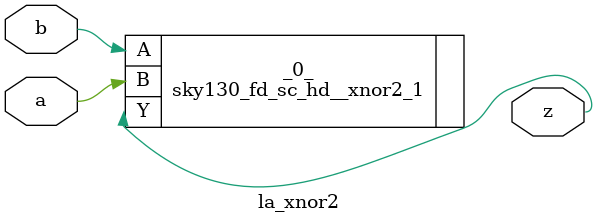
<source format=v>
/* Generated by Yosys 0.37 (git sha1 a5c7f69ed, clang 14.0.0-1ubuntu1.1 -fPIC -Os) */

module la_xnor2(a, b, z);
  input a;
  wire a;
  input b;
  wire b;
  output z;
  wire z;
  sky130_fd_sc_hd__xnor2_1 _0_ (
    .A(b),
    .B(a),
    .Y(z)
  );
endmodule

</source>
